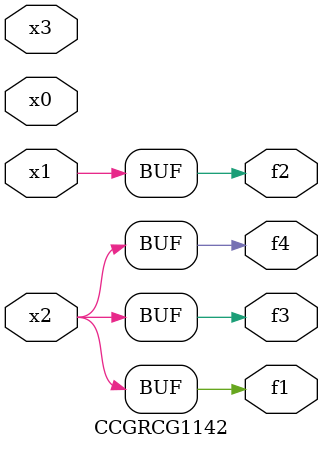
<source format=v>
module CCGRCG1142(
	input x0, x1, x2, x3,
	output f1, f2, f3, f4
);
	assign f1 = x2;
	assign f2 = x1;
	assign f3 = x2;
	assign f4 = x2;
endmodule

</source>
